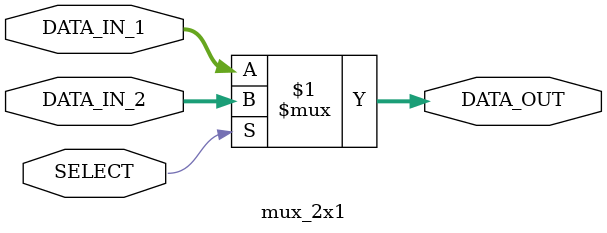
<source format=sv>
`timescale 1ns / 1ps
module mux_2x1 #( parameter WIDTH = 32)
(
    input logic SELECT,
	input logic [WIDTH-1:0] DATA_IN_1,
    input logic [WIDTH-1:0] DATA_IN_2,
	output logic [WIDTH-1:0] DATA_OUT
);

assign DATA_OUT = (SELECT) ? DATA_IN_2 : DATA_IN_1;

endmodule
</source>
